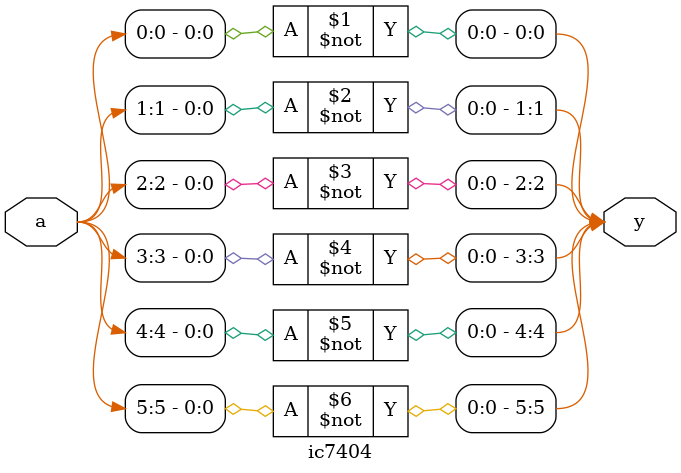
<source format=v>

module ic7404(a, y);
    input   [5:0] a;
    output  [5:0] y;
    
    assign #5 y[0] = ~a[0];
    assign #5 y[1] = ~a[1];
    assign #5 y[2] = ~a[2];
    assign #5 y[3] = ~a[3];
    assign #5 y[4] = ~a[4];
    assign #5 y[5] = ~a[5];
    
endmodule

</source>
